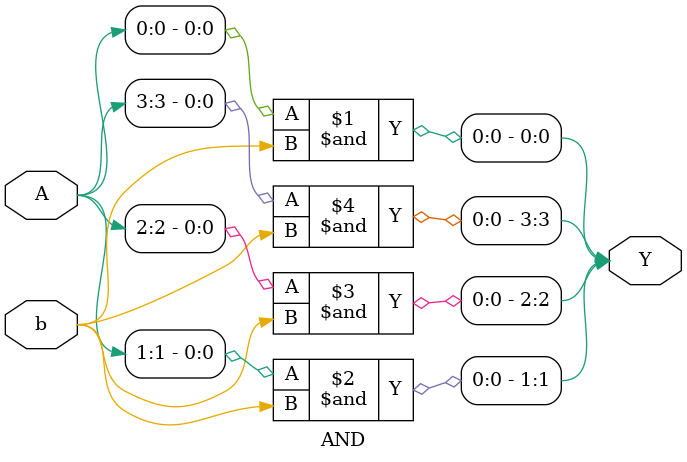
<source format=v>
`timescale 1ns / 1ps

module AND(input [3:0] A, input b, output [3:0] Y);
    assign Y = { A[3] & b, A[2] & b, A[1] & b, A[0] & b };
    
endmodule

</source>
